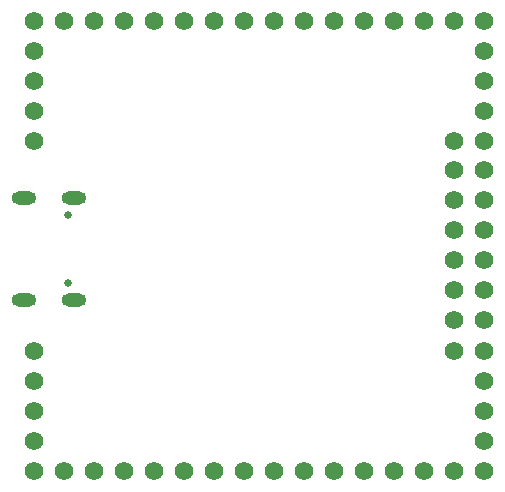
<source format=gbr>
%TF.GenerationSoftware,KiCad,Pcbnew,(6.0.6)*%
%TF.CreationDate,2024-09-09T22:51:05-04:00*%
%TF.ProjectId,ta-expt-v2,74612d65-7870-4742-9d76-322e6b696361,rev?*%
%TF.SameCoordinates,Original*%
%TF.FileFunction,Soldermask,Bot*%
%TF.FilePolarity,Negative*%
%FSLAX46Y46*%
G04 Gerber Fmt 4.6, Leading zero omitted, Abs format (unit mm)*
G04 Created by KiCad (PCBNEW (6.0.6)) date 2024-09-09 22:51:05*
%MOMM*%
%LPD*%
G01*
G04 APERTURE LIST*
%ADD10C,0.675400*%
%ADD11O,2.101600X1.101600*%
%ADD12C,1.565400*%
G04 APERTURE END LIST*
D10*
%TO.C,J9*%
X138839995Y-105367800D03*
X138839995Y-111147800D03*
D11*
X139339995Y-103937800D03*
X139339995Y-112577800D03*
X135159995Y-103937800D03*
X135159995Y-112577800D03*
%TD*%
D12*
%TO.C,J1*%
X135950000Y-88950000D03*
X138490000Y-88950000D03*
X141030000Y-88950000D03*
X143570000Y-88950000D03*
X146110000Y-88950000D03*
X148650000Y-88950000D03*
X151190000Y-88950000D03*
X153730000Y-88950000D03*
X156270000Y-88950000D03*
X158810000Y-88950000D03*
X161350000Y-88950000D03*
X163890000Y-88950000D03*
X166430000Y-88950000D03*
X168970000Y-88950000D03*
X171510000Y-88950000D03*
X174050000Y-88950000D03*
%TD*%
%TO.C,J4*%
X135950000Y-116890000D03*
X135950000Y-119430000D03*
X135950000Y-121970000D03*
X135950000Y-124510000D03*
%TD*%
%TO.C,J8*%
X174040800Y-114300000D03*
X171500800Y-114300000D03*
X174040800Y-111760000D03*
X171500800Y-111760000D03*
X174040800Y-109220000D03*
X171500800Y-109220000D03*
X174040800Y-106680000D03*
X171500800Y-106680000D03*
X174040800Y-104140000D03*
X171500800Y-104140000D03*
X174040800Y-101600000D03*
X171500800Y-101600000D03*
%TD*%
%TO.C,J3*%
X135950000Y-99110000D03*
X135950000Y-96570000D03*
X135950000Y-94030000D03*
X135950000Y-91490000D03*
%TD*%
%TO.C,J5*%
X171510000Y-99110000D03*
X174050000Y-99110000D03*
X174050000Y-96570000D03*
X174050000Y-94030000D03*
X174050000Y-91490000D03*
%TD*%
%TO.C,J2*%
X135950000Y-127050000D03*
X138490000Y-127050000D03*
X141030000Y-127050000D03*
X143570000Y-127050000D03*
X146110000Y-127050000D03*
X148650000Y-127050000D03*
X151190000Y-127050000D03*
X153730000Y-127050000D03*
X156270000Y-127050000D03*
X158810000Y-127050000D03*
X161350000Y-127050000D03*
X163890000Y-127050000D03*
X166430000Y-127050000D03*
X168970000Y-127050000D03*
X171510000Y-127050000D03*
X174050000Y-127050000D03*
%TD*%
%TO.C,J6*%
X171500000Y-116890000D03*
X174040000Y-116890000D03*
X174040000Y-119430000D03*
X174040000Y-121970000D03*
X174040000Y-124510000D03*
%TD*%
M02*

</source>
